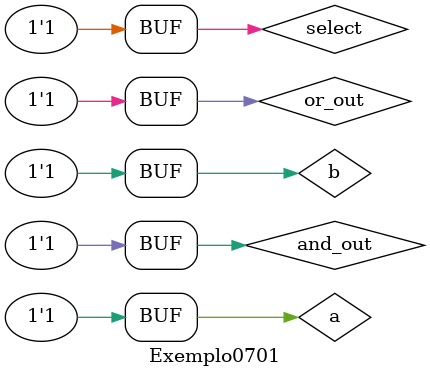
<source format=v>
/*
* Aluno: Henrique Augusto Rodrigues
* Matricula: 675263
* Arquitetura 1 - Tarde
* Guia_07  Exemplo 0701.
*/
module mux (output out_and, out_or, input in_and, in_or, select);

//wires
wire not_select;


//portas
not NOT1 (not_select, select);
and AND1 (out_and, in_and, select);
and AND2 (out_or, in_or, not_select);

endmodule

module Exemplo0701;

//definicoes

reg a, b, select;
wire and_out, or_out, mux_and, mux_or;

and AND1 (and_out, a, b);
or OR1 (or_out, a, b);

mux MUX1(mux_and, mux_or, and_out, or_out, select);

initial
begin: main
$display("Exemplo_0701");
$display("675263 - Henrique Augusto Rodrigues");
$display(" a  b  select s_and s_or");

a=1'b0; b=1'b0; select=1'b0;

//monitor
#1 $monitor(" %b  %b     %b     %b    %b", a, b, select, mux_and, mux_or);

#1 a=1'b0; b=1'b1; select=1'b0;
#1 a=1'b1; b=1'b0; select=1'b0;
#1 a=1'b1; b=1'b1; select=1'b0;
#1 a=1'b0; b=1'b0; select=1'b1;
#1 a=1'b0; b=1'b1; select=1'b1;
#1 a=1'b1; b=1'b0; select=1'b1;
#1 a=1'b1; b=1'b1; select=1'b1;

end
endmodule

</source>
